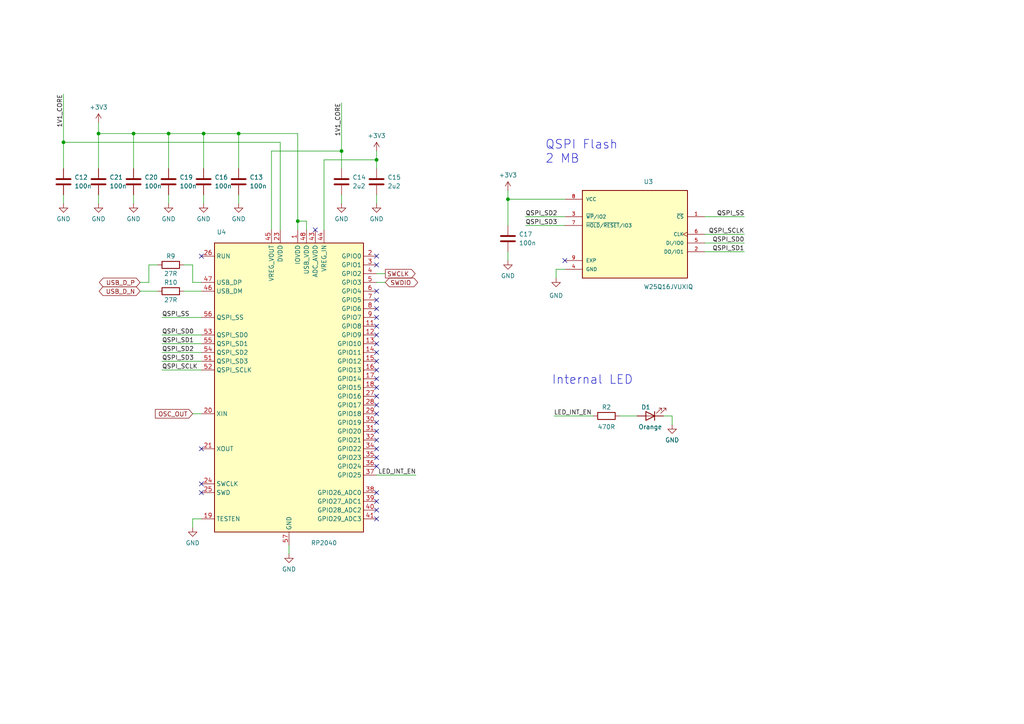
<source format=kicad_sch>
(kicad_sch (version 20230121) (generator eeschema)
  (paper "A4")
  (title_block (title "Debug Probe Section") (date "2024-04-01") (company "Florian Beck"))
  (lib_symbols
    (symbol "Device:C" (pin_numbers hide) (pin_names (offset 0.254))
      (property "Reference" "C" (at 0.635 2.54 0))
      (property "Value" "C" (at 0.635 -2.54 0))
      (symbol "C_0_1"
        (polyline (pts (xy -2.032 -0.762) (xy 2.032 -0.762)) (stroke (width 0.508)))
        (polyline (pts (xy -2.032 0.762) (xy 2.032 0.762)) (stroke (width 0.508)))
      )
      (symbol "C_1_1"
        (pin passive line (at 0 3.81 270) (length 2.794) (name "~") (number "1"))
        (pin passive line (at 0 -3.81 90) (length 2.794) (name "~") (number "2"))
      )
    )
    (symbol "Device:LED" (pin_numbers hide) (pin_names (offset 1.016) hide)
      (property "Reference" "D" (at 0 2.54 0))
      (property "Value" "LED" (at 0 -2.54 0))
      (symbol "LED_0_1"
        (polyline (pts (xy -1.27 -1.27) (xy -1.27 1.27)) (stroke (width 0.254)))
        (polyline (pts (xy -1.27 0) (xy 1.27 0)))
        (polyline (pts (xy 1.27 -1.27) (xy 1.27 1.27) (xy -1.27 0) (xy 1.27 -1.27)) (stroke (width 0.254)))
        (polyline (pts (xy -3.048 -0.762) (xy -4.572 -2.286) (xy -3.81 -2.286) (xy -4.572 -2.286) (xy -4.572 -1.524)))
        (polyline (pts (xy -1.778 -0.762) (xy -3.302 -2.286) (xy -2.54 -2.286) (xy -3.302 -2.286) (xy -3.302 -1.524)))
      )
      (symbol "LED_1_1"
        (pin passive line (at -3.81 0 0) (length 2.54) (name "K") (number "1"))
        (pin passive line (at 3.81 0 180) (length 2.54) (name "A") (number "2"))
      )
    )
    (symbol "Device:R" (pin_numbers hide) (pin_names (offset 0))
      (property "Reference" "R" (at 2.032 0 90))
      (property "Value" "R" (at 0 0 90))
      (symbol "R_0_1"
        (rectangle (start -1.016 -2.54) (end 1.016 2.54) (stroke (width 0.254)))
      )
      (symbol "R_1_1"
        (pin passive line (at 0 3.81 270) (length 1.27) (name "~") (number "1"))
        (pin passive line (at 0 -3.81 90) (length 1.27) (name "~") (number "2"))
      )
    )
    (symbol "MCU_RaspberryPi:RP2040"
      (property "Reference" "U" (at 17.78 45.72 0))
      (property "Value" "RP2040" (at 17.78 43.18 0))
      (symbol "RP2040_0_1"
        (rectangle (start -21.59 41.91) (end 21.59 -41.91) (stroke (width 0.254)) (fill (type background)))
      )
      (symbol "RP2040_1_1"
        (pin power_in line (at 2.54 45.72 270) (length 3.81) (name "IOVDD") (number "1"))
        (pin passive line (at 2.54 45.72 270) (length 3.81) hide (name "IOVDD") (number "10"))
        (pin bidirectional line (at 25.4 17.78 180) (length 3.81) (name "GPIO8") (number "11"))
        (pin bidirectional line (at 25.4 15.24 180) (length 3.81) (name "GPIO9") (number "12"))
        (pin bidirectional line (at 25.4 12.7 180) (length 3.81) (name "GPIO10") (number "13"))
        (pin bidirectional line (at 25.4 10.16 180) (length 3.81) (name "GPIO11") (number "14"))
        (pin bidirectional line (at 25.4 7.62 180) (length 3.81) (name "GPIO12") (number "15"))
        (pin bidirectional line (at 25.4 5.08 180) (length 3.81) (name "GPIO13") (number "16"))
        (pin bidirectional line (at 25.4 2.54 180) (length 3.81) (name "GPIO14") (number "17"))
        (pin bidirectional line (at 25.4 0 180) (length 3.81) (name "GPIO15") (number "18"))
        (pin input line (at -25.4 -38.1 0) (length 3.81) (name "TESTEN") (number "19"))
        (pin bidirectional line (at 25.4 38.1 180) (length 3.81) (name "GPIO0") (number "2"))
        (pin input line (at -25.4 -7.62 0) (length 3.81) (name "XIN") (number "20"))
        (pin passive line (at -25.4 -17.78 0) (length 3.81) (name "XOUT") (number "21"))
        (pin passive line (at 2.54 45.72 270) (length 3.81) hide (name "IOVDD") (number "22"))
        (pin power_in line (at -2.54 45.72 270) (length 3.81) (name "DVDD") (number "23"))
        (pin input line (at -25.4 -27.94 0) (length 3.81) (name "SWCLK") (number "24"))
        (pin bidirectional line (at -25.4 -30.48 0) (length 3.81) (name "SWD") (number "25"))
        (pin input line (at -25.4 38.1 0) (length 3.81) (name "RUN") (number "26"))
        (pin bidirectional line (at 25.4 -2.54 180) (length 3.81) (name "GPIO16") (number "27"))
        (pin bidirectional line (at 25.4 -5.08 180) (length 3.81) (name "GPIO17") (number "28"))
        (pin bidirectional line (at 25.4 -7.62 180) (length 3.81) (name "GPIO18") (number "29"))
        (pin bidirectional line (at 25.4 35.56 180) (length 3.81) (name "GPIO1") (number "3"))
        (pin bidirectional line (at 25.4 -10.16 180) (length 3.81) (name "GPIO19") (number "30"))
        (pin bidirectional line (at 25.4 -12.7 180) (length 3.81) (name "GPIO20") (number "31"))
        (pin bidirectional line (at 25.4 -15.24 180) (length 3.81) (name "GPIO21") (number "32"))
        (pin passive line (at 2.54 45.72 270) (length 3.81) hide (name "IOVDD") (number "33"))
        (pin bidirectional line (at 25.4 -17.78 180) (length 3.81) (name "GPIO22") (number "34"))
        (pin bidirectional line (at 25.4 -20.32 180) (length 3.81) (name "GPIO23") (number "35"))
        (pin bidirectional line (at 25.4 -22.86 180) (length 3.81) (name "GPIO24") (number "36"))
        (pin bidirectional line (at 25.4 -25.4 180) (length 3.81) (name "GPIO25") (number "37"))
        (pin bidirectional line (at 25.4 -30.48 180) (length 3.81) (name "GPIO26_ADC0") (number "38"))
        (pin bidirectional line (at 25.4 -33.02 180) (length 3.81) (name "GPIO27_ADC1") (number "39"))
        (pin bidirectional line (at 25.4 33.02 180) (length 3.81) (name "GPIO2") (number "4"))
        (pin bidirectional line (at 25.4 -35.56 180) (length 3.81) (name "GPIO28_ADC2") (number "40"))
        (pin bidirectional line (at 25.4 -38.1 180) (length 3.81) (name "GPIO29_ADC3") (number "41"))
        (pin passive line (at 2.54 45.72 270) (length 3.81) hide (name "IOVDD") (number "42"))
        (pin power_in line (at 7.62 45.72 270) (length 3.81) (name "ADC_AVDD") (number "43"))
        (pin power_in line (at 10.16 45.72 270) (length 3.81) (name "VREG_IN") (number "44"))
        (pin power_out line (at -5.08 45.72 270) (length 3.81) (name "VREG_VOUT") (number "45"))
        (pin bidirectional line (at -25.4 27.94 0) (length 3.81) (name "USB_DM") (number "46"))
        (pin bidirectional line (at -25.4 30.48 0) (length 3.81) (name "USB_DP") (number "47"))
        (pin power_in line (at 5.08 45.72 270) (length 3.81) (name "USB_VDD") (number "48"))
        (pin passive line (at 2.54 45.72 270) (length 3.81) hide (name "IOVDD") (number "49"))
        (pin bidirectional line (at 25.4 30.48 180) (length 3.81) (name "GPIO3") (number "5"))
        (pin passive line (at -2.54 45.72 270) (length 3.81) hide (name "DVDD") (number "50"))
        (pin bidirectional line (at -25.4 7.62 0) (length 3.81) (name "QSPI_SD3") (number "51"))
        (pin output line (at -25.4 5.08 0) (length 3.81) (name "QSPI_SCLK") (number "52"))
        (pin bidirectional line (at -25.4 15.24 0) (length 3.81) (name "QSPI_SD0") (number "53"))
        (pin bidirectional line (at -25.4 10.16 0) (length 3.81) (name "QSPI_SD2") (number "54"))
        (pin bidirectional line (at -25.4 12.7 0) (length 3.81) (name "QSPI_SD1") (number "55"))
        (pin bidirectional line (at -25.4 20.32 0) (length 3.81) (name "QSPI_SS") (number "56"))
        (pin power_in line (at 0 -45.72 90) (length 3.81) (name "GND") (number "57"))
        (pin bidirectional line (at 25.4 27.94 180) (length 3.81) (name "GPIO4") (number "6"))
        (pin bidirectional line (at 25.4 25.4 180) (length 3.81) (name "GPIO5") (number "7"))
        (pin bidirectional line (at 25.4 22.86 180) (length 3.81) (name "GPIO6") (number "8"))
        (pin bidirectional line (at 25.4 20.32 180) (length 3.81) (name "GPIO7") (number "9"))
      )
    )
    (symbol "SnapEDA:W25Q16JVUXIQ_TR" (pin_names (offset 1.016))
      (property "Reference" "U" (at -15.24 15.24 0))
      (property "Value" "W25Q16JVUXIQ_TR" (at -15.24 -15.24 0))
      (symbol "W25Q16JVUXIQ_TR_0_0"
        (rectangle (start -15.24 -12.7) (end 15.24 12.7) (stroke (width 0.254)) (fill (type background)))
        (pin input line (at -20.32 5.08 0) (length 5.08) (name "~{CS}") (number "1"))
        (pin bidirectional line (at -20.32 -5.08 0) (length 5.08) (name "DO/IO1") (number "2"))
        (pin bidirectional line (at 20.32 5.08 180) (length 5.08) (name "~{WP}/IO2") (number "3"))
        (pin power_in line (at 20.32 -10.16 180) (length 5.08) (name "GND") (number "4"))
        (pin bidirectional line (at -20.32 -2.54 0) (length 5.08) (name "DI/IO0") (number "5"))
        (pin input clock (at -20.32 0 0) (length 5.08) (name "CLK") (number "6"))
        (pin bidirectional line (at 20.32 2.54 180) (length 5.08) (name "~{HOLD}/~{RESET}/IO3") (number "7"))
        (pin power_in line (at 20.32 10.16 180) (length 5.08) (name "VCC") (number "8"))
        (pin passive line (at 20.32 -7.62 180) (length 5.08) (name "EXP") (number "9"))
      )
    )
    (symbol "power:+3V3" (power) (pin_names (offset 0))
      (property "Value" "+3V3" (at 0 3.556 0))
      (symbol "+3V3_0_1"
        (polyline (pts (xy -0.762 1.27) (xy 0 2.54)))
        (polyline (pts (xy 0 0) (xy 0 2.54)))
        (polyline (pts (xy 0 2.54) (xy 0.762 1.27)))
      )
      (symbol "+3V3_1_1"
        (pin power_in line (at 0 0 90) (length 0) hide (name "+3V3") (number "1"))
      )
    )
    (symbol "power:GND" (power) (pin_names (offset 0))
      (property "Value" "GND" (at 0 -3.81 0))
      (symbol "GND_0_1"
        (polyline (pts (xy 0 0) (xy 0 -1.27) (xy 1.27 -1.27) (xy 0 -2.54) (xy -1.27 -1.27) (xy 0 -1.27)))
      )
      (symbol "GND_1_1"
        (pin power_in line (at 0 0 270) (length 0) hide (name "GND") (number "1"))
      )
    )
  )
  (junction (at 86.36 64.135))
  (junction (at 99.06 43.815))
  (junction (at 59.055 38.735))
  (junction (at 48.895 38.735))
  (junction (at 18.415 41.275))
  (junction (at 69.215 38.735))
  (junction (at 28.575 38.735))
  (junction (at 38.735 38.735))
  (junction (at 147.32 57.785))
  (junction (at 109.22 46.355))
  (no_connect (at 109.22 92.075))
  (no_connect (at 109.22 127.635))
  (no_connect (at 109.22 125.095))
  (no_connect (at 109.22 84.455))
  (no_connect (at 109.22 145.415))
  (no_connect (at 91.44 66.675))
  (no_connect (at 109.22 132.715))
  (no_connect (at 58.42 140.335))
  (no_connect (at 109.22 74.295))
  (no_connect (at 109.22 102.235))
  (no_connect (at 109.22 122.555))
  (no_connect (at 109.22 112.395))
  (no_connect (at 109.22 89.535))
  (no_connect (at 109.22 107.315))
  (no_connect (at 58.42 130.175))
  (no_connect (at 109.22 109.855))
  (no_connect (at 109.22 99.695))
  (no_connect (at 109.22 114.935))
  (no_connect (at 109.22 86.995))
  (no_connect (at 163.83 75.565))
  (no_connect (at 109.22 76.835))
  (no_connect (at 109.22 117.475))
  (no_connect (at 109.22 97.155))
  (no_connect (at 58.42 74.295))
  (no_connect (at 109.22 142.875))
  (no_connect (at 109.22 135.255))
  (no_connect (at 58.42 142.875))
  (no_connect (at 109.22 130.175))
  (no_connect (at 109.22 120.015))
  (no_connect (at 109.22 94.615))
  (no_connect (at 109.22 150.495))
  (no_connect (at 109.22 147.955))
  (no_connect (at 109.22 104.775))
  (wire (pts (xy 58.42 102.235) (xy 46.99 102.235)))
  (wire (pts (xy 55.88 150.495) (xy 58.42 150.495)))
  (wire (pts (xy 55.88 81.915) (xy 58.42 81.915)))
  (wire (pts (xy 163.83 65.405) (xy 152.4 65.405)))
  (wire (pts (xy 18.415 59.055) (xy 18.415 56.515)))
  (wire (pts (xy 58.42 92.075) (xy 46.99 92.075)))
  (wire (pts (xy 38.735 38.735) (xy 38.735 48.895)))
  (wire (pts (xy 28.575 59.055) (xy 28.575 56.515)))
  (wire (pts (xy 78.74 43.815) (xy 99.06 43.815)))
  (wire (pts (xy 99.06 29.845) (xy 99.06 43.815)))
  (wire (pts (xy 28.575 38.735) (xy 38.735 38.735)))
  (wire (pts (xy 53.34 76.835) (xy 55.88 76.835)))
  (wire (pts (xy 58.42 99.695) (xy 46.99 99.695)))
  (wire (pts (xy 147.32 55.245) (xy 147.32 57.785)))
  (wire (pts (xy 55.88 76.835) (xy 55.88 81.915)))
  (wire (pts (xy 69.215 38.735) (xy 69.215 48.895)))
  (wire (pts (xy 28.575 35.56) (xy 28.575 38.735)))
  (wire (pts (xy 48.895 59.055) (xy 48.895 56.515)))
  (wire (pts (xy 147.32 57.785) (xy 163.83 57.785)))
  (wire (pts (xy 99.06 59.055) (xy 99.06 56.515)))
  (wire (pts (xy 194.945 123.19) (xy 194.945 120.65)))
  (wire (pts (xy 93.98 46.355) (xy 93.98 66.675)))
  (wire (pts (xy 83.82 158.115) (xy 83.82 160.655)))
  (wire (pts (xy 48.895 38.735) (xy 59.055 38.735)))
  (wire (pts (xy 109.22 81.915) (xy 111.76 81.915)))
  (wire (pts (xy 204.47 73.025) (xy 215.9 73.025)))
  (wire (pts (xy 58.42 107.315) (xy 46.99 107.315)))
  (wire (pts (xy 161.29 78.105) (xy 161.29 80.645)))
  (wire (pts (xy 86.36 64.135) (xy 86.36 66.675)))
  (wire (pts (xy 86.36 38.735) (xy 69.215 38.735)))
  (wire (pts (xy 81.28 66.675) (xy 81.28 41.275)))
  (wire (pts (xy 109.22 46.355) (xy 109.22 48.895)))
  (wire (pts (xy 48.895 38.735) (xy 48.895 48.895)))
  (wire (pts (xy 109.22 137.795) (xy 120.65 137.795)))
  (wire (pts (xy 86.36 38.735) (xy 86.36 64.135)))
  (wire (pts (xy 18.415 41.275) (xy 81.28 41.275)))
  (wire (pts (xy 99.06 43.815) (xy 99.06 48.895)))
  (wire (pts (xy 55.88 153.035) (xy 55.88 150.495)))
  (wire (pts (xy 88.9 64.135) (xy 86.36 64.135)))
  (wire (pts (xy 109.22 43.815) (xy 109.22 46.355)))
  (wire (pts (xy 172.085 120.65) (xy 160.655 120.65)))
  (wire (pts (xy 43.18 76.835) (xy 45.72 76.835)))
  (wire (pts (xy 147.32 57.785) (xy 147.32 65.405)))
  (wire (pts (xy 58.42 97.155) (xy 46.99 97.155)))
  (wire (pts (xy 55.88 120.015) (xy 58.42 120.015)))
  (wire (pts (xy 204.47 62.865) (xy 215.9 62.865)))
  (wire (pts (xy 58.42 104.775) (xy 46.99 104.775)))
  (wire (pts (xy 163.83 62.865) (xy 152.4 62.865)))
  (wire (pts (xy 204.47 67.945) (xy 215.9 67.945)))
  (wire (pts (xy 179.705 120.65) (xy 184.785 120.65)))
  (wire (pts (xy 78.74 43.815) (xy 78.74 66.675)))
  (wire (pts (xy 28.575 38.735) (xy 28.575 48.895)))
  (wire (pts (xy 59.055 59.055) (xy 59.055 56.515)))
  (wire (pts (xy 45.72 84.455) (xy 40.64 84.455)))
  (wire (pts (xy 18.415 27.305) (xy 18.415 41.275)))
  (wire (pts (xy 38.735 59.055) (xy 38.735 56.515)))
  (wire (pts (xy 38.735 38.735) (xy 48.895 38.735)))
  (wire (pts (xy 59.055 38.735) (xy 69.215 38.735)))
  (wire (pts (xy 109.22 59.055) (xy 109.22 56.515)))
  (wire (pts (xy 43.18 81.915) (xy 43.18 76.835)))
  (wire (pts (xy 109.22 79.375) (xy 111.76 79.375)))
  (wire (pts (xy 69.215 59.055) (xy 69.215 56.515)))
  (wire (pts (xy 59.055 38.735) (xy 59.055 48.895)))
  (wire (pts (xy 18.415 41.275) (xy 18.415 48.895)))
  (wire (pts (xy 161.29 78.105) (xy 163.83 78.105)))
  (wire (pts (xy 43.18 81.915) (xy 40.64 81.915)))
  (wire (pts (xy 194.945 120.65) (xy 192.405 120.65)))
  (wire (pts (xy 88.9 66.675) (xy 88.9 64.135)))
  (wire (pts (xy 204.47 70.485) (xy 215.9 70.485)))
  (wire (pts (xy 53.34 84.455) (xy 58.42 84.455)))
  (wire (pts (xy 147.32 75.565) (xy 147.32 73.025)))
  (wire (pts (xy 93.98 46.355) (xy 109.22 46.355)))
  (text "Internal LED" (at 160.02 111.76 0) (effects (font (size 2.54 2.54)) (justify left bottom)))
  (text "QSPI Flash\n2 MB" (at 158.115 47.625 0) (effects (font (size 2.54 2.54)) (justify left bottom)))
  (label "LED_INT_EN" (at 160.655 120.65 0))
  (label "QSPI_SD3" (at 152.4 65.405 0))
  (label "QSPI_SCLK" (at 215.9 67.945 180))
  (label "QSPI_SS" (at 215.9 62.865 180))
  (label "1V1_CORE" (at 99.06 29.845 270))
  (label "LED_INT_EN" (at 120.65 137.795 180))
  (label "QSPI_SS" (at 46.99 92.075 0))
  (label "QSPI_SD0" (at 46.99 97.155 0))
  (label "QSPI_SD1" (at 46.99 99.695 0))
  (label "QSPI_SD2" (at 46.99 102.235 0))
  (label "QSPI_SD2" (at 152.4 62.865 0))
  (label "QSPI_SD1" (at 215.9 73.025 180))
  (label "QSPI_SD3" (at 46.99 104.775 0))
  (label "1V1_CORE" (at 18.415 27.305 270))
  (label "QSPI_SD0" (at 215.9 70.485 180))
  (label "QSPI_SCLK" (at 46.99 107.315 0))
  (global_label "SWCLK" (shape output) (at 111.76 79.375 0) (property "Intersheetrefs" "${INTERSHEET_REFS}" (effects hide)))
  (global_label "OSC_OUT" (shape input) (at 55.88 120.015 180) (property "Intersheetrefs" "${INTERSHEET_REFS}" (effects hide)))
  (global_label "SWDIO" (shape bidirectional) (at 111.76 81.915 0) (property "Intersheetrefs" "${INTERSHEET_REFS}" (effects hide)))
  (global_label "USB_D_P" (shape bidirectional) (at 40.64 81.915 180) (property "Intersheetrefs" "${INTERSHEET_REFS}" (effects hide)))
  (global_label "USB_D_N" (shape bidirectional) (at 40.64 84.455 180) (property "Intersheetrefs" "${INTERSHEET_REFS}" (effects hide)))
  (symbol (lib_id "power:GND") (at 147.32 75.565 0) (mirror y) (unit 1)
    (property "Reference" "#PWR044" (effects hide))
    (property "Value" "GND" (at 147.32 80.01 0))
    (instances (project "Expansion_Card_Retrofit" (path "" (reference "#PWR044") (unit 1)) (path "" (reference "#PWR042") (unit 1))))
  )
  (symbol (lib_id "power:GND") (at 38.735 59.055 0) (mirror y) (unit 1)
    (property "Reference" "#PWR052" (effects hide))
    (property "Value" "GND" (at 38.735 63.5 0))
    (instances (project "Expansion_Card_Retrofit" (path "" (reference "#PWR052") (unit 1)) (path "" (reference "#PWR015") (unit 1))))
  )
  (symbol (lib_id "Device:R") (at 175.895 120.65 90) (unit 1)
    (property "Reference" "R2" (at 175.895 118.11 90))
    (property "Value" "470R" (at 175.895 123.825 90))
    (property "Footprint" "Resistor_SMD:R_0402_1005Metric" (effects hide))
    (instances (project "Expansion_Card_Retrofit" (path "" (reference "R2") (unit 1)) (path "" (reference "R17") (unit 1))))
  )
  (symbol (lib_id "Device:LED") (at 188.595 120.65 180) (unit 1)
    (property "Reference" "D1" (at 187.325 118.11 0))
    (property "Value" "Orange" (at 188.595 123.825 0))
    (property "Footprint" "LED_SMD:LED_0402_1005Metric" (effects hide))
    (instances (project "Expansion_Card_Retrofit" (path "" (reference "D1") (unit 1)) (path "" (reference "D2") (unit 1))))
  )
  (symbol (lib_id "power:+3V3") (at 109.22 43.815 0) (unit 1)
    (property "Reference" "#PWR035" (effects hide))
    (property "Value" "+3V3" (at 109.22 39.37 0))
    (instances (project "Expansion_Card_Retrofit" (path "" (reference "#PWR035") (unit 1)) (path "" (reference "#PWR019") (unit 1))))
  )
  (symbol (lib_id "power:GND") (at 28.575 59.055 0) (mirror y) (unit 1)
    (property "Reference" "#PWR053" (effects hide))
    (property "Value" "GND" (at 28.575 63.5 0))
    (instances (project "Expansion_Card_Retrofit" (path "" (reference "#PWR053") (unit 1)) (path "" (reference "#PWR015") (unit 1))))
  )
  (symbol (lib_id "Device:C") (at 38.735 52.705 0) (unit 1)
    (property "Reference" "C20" (at 41.91 51.435 0) (effects (justify left)))
    (property "Value" "100n" (at 41.91 53.975 0) (effects (justify left)))
    (property "Footprint" "Capacitor_SMD:C_0402_1005Metric" (effects hide))
    (instances (project "Expansion_Card_Retrofit" (path "" (reference "C20") (unit 1)) (path "" (reference "C6") (unit 1))))
  )
  (symbol (lib_id "power:GND") (at 55.88 153.035 0) (unit 1)
    (property "Reference" "#PWR027" (effects hide))
    (property "Value" "GND" (at 55.88 157.48 0))
    (instances (project "Expansion_Card_Retrofit" (path "" (reference "#PWR027") (unit 1)) (path "" (reference "#PWR011") (unit 1))))
  )
  (symbol (lib_id "Device:C") (at 28.575 52.705 0) (unit 1)
    (property "Reference" "C21" (at 31.75 51.435 0) (effects (justify left)))
    (property "Value" "100n" (at 31.75 53.975 0) (effects (justify left)))
    (property "Footprint" "Capacitor_SMD:C_0402_1005Metric" (effects hide))
    (instances (project "Expansion_Card_Retrofit" (path "" (reference "C21") (unit 1)) (path "" (reference "C6") (unit 1))))
  )
  (symbol (lib_id "Device:C") (at 147.32 69.215 0) (unit 1)
    (property "Reference" "C17" (at 150.495 67.945 0) (effects (justify left)))
    (property "Value" "100n" (at 150.495 70.485 0) (effects (justify left)))
    (property "Footprint" "Capacitor_SMD:C_0402_1005Metric" (effects hide))
    (instances (project "Expansion_Card_Retrofit" (path "" (reference "C17") (unit 1)) (path "" (reference "C15") (unit 1))))
  )
  (symbol (lib_id "power:GND") (at 99.06 59.055 0) (unit 1)
    (property "Reference" "#PWR034" (effects hide))
    (property "Value" "GND" (at 99.06 63.5 0))
    (instances (project "Expansion_Card_Retrofit" (path "" (reference "#PWR034") (unit 1)) (path "" (reference "#PWR018") (unit 1))))
  )
  (symbol (lib_id "Device:R") (at 49.53 76.835 90) (unit 1)
    (property "Reference" "R9" (at 49.53 74.295 90))
    (property "Value" "27R" (at 49.53 79.375 90))
    (property "Footprint" "Resistor_SMD:R_0402_1005Metric" (effects hide))
    (instances (project "Expansion_Card_Retrofit" (path "" (reference "R9") (unit 1)) (path "" (reference "R5") (unit 1))))
  )
  (symbol (lib_id "Device:C") (at 18.415 52.705 0) (unit 1)
    (property "Reference" "C12" (at 21.59 51.435 0) (effects (justify left)))
    (property "Value" "100n" (at 21.59 53.975 0) (effects (justify left)))
    (property "Footprint" "Capacitor_SMD:C_0402_1005Metric" (effects hide))
    (instances (project "Expansion_Card_Retrofit" (path "" (reference "C12") (unit 1)) (path "" (reference "C5") (unit 1))))
  )
  (symbol (lib_id "power:GND") (at 18.415 59.055 0) (mirror y) (unit 1)
    (property "Reference" "#PWR029" (effects hide))
    (property "Value" "GND" (at 18.415 63.5 0))
    (instances (project "Expansion_Card_Retrofit" (path "" (reference "#PWR029") (unit 1)) (path "" (reference "#PWR013") (unit 1))))
  )
  (symbol (lib_id "Device:C") (at 59.055 52.705 0) (unit 1)
    (property "Reference" "C16" (at 62.23 51.435 0) (effects (justify left)))
    (property "Value" "100n" (at 62.23 53.975 0) (effects (justify left)))
    (property "Footprint" "Capacitor_SMD:C_0402_1005Metric" (effects hide))
    (instances (project "Expansion_Card_Retrofit" (path "" (reference "C16") (unit 1)) (path "" (reference "C6") (unit 1))))
  )
  (symbol (lib_id "power:GND") (at 83.82 160.655 0) (unit 1)
    (property "Reference" "#PWR032" (effects hide))
    (property "Value" "GND" (at 83.82 165.1 0))
    (instances (project "Expansion_Card_Retrofit" (path "" (reference "#PWR032") (unit 1)) (path "" (reference "#PWR016") (unit 1))))
  )
  (symbol (lib_id "Device:C") (at 109.22 52.705 0) (unit 1)
    (property "Reference" "C15" (at 112.395 51.435 0) (effects (justify left)))
    (property "Value" "2u2" (at 112.395 53.975 0) (effects (justify left)))
    (property "Footprint" "Capacitor_SMD:C_0402_1005Metric" (effects hide))
    (instances (project "Expansion_Card_Retrofit" (path "" (reference "C15") (unit 1)) (path "" (reference "C8") (unit 1))))
  )
  (symbol (lib_id "power:GND") (at 48.895 59.055 0) (mirror y) (unit 1)
    (property "Reference" "#PWR048" (effects hide))
    (property "Value" "GND" (at 48.895 63.5 0))
    (instances (project "Expansion_Card_Retrofit" (path "" (reference "#PWR048") (unit 1)) (path "" (reference "#PWR015") (unit 1))))
  )
  (symbol (lib_id "Device:C") (at 48.895 52.705 0) (unit 1)
    (property "Reference" "C19" (at 52.07 51.435 0) (effects (justify left)))
    (property "Value" "100n" (at 52.07 53.975 0) (effects (justify left)))
    (property "Footprint" "Capacitor_SMD:C_0402_1005Metric" (effects hide))
    (instances (project "Expansion_Card_Retrofit" (path "" (reference "C19") (unit 1)) (path "" (reference "C6") (unit 1))))
  )
  (symbol (lib_id "Device:C") (at 99.06 52.705 0) (unit 1)
    (property "Reference" "C14" (at 102.235 51.435 0) (effects (justify left)))
    (property "Value" "2u2" (at 102.235 53.975 0) (effects (justify left)))
    (property "Footprint" "Capacitor_SMD:C_0402_1005Metric" (effects hide))
    (instances (project "Expansion_Card_Retrofit" (path "" (reference "C14") (unit 1)) (path "" (reference "C7") (unit 1))))
  )
  (symbol (lib_id "power:GND") (at 194.945 123.19 0) (unit 1)
    (property "Reference" "#PWR07" (effects hide))
    (property "Value" "GND" (at 194.945 127.635 0))
    (instances (project "Expansion_Card_Retrofit" (path "" (reference "#PWR07") (unit 1)) (path "" (reference "#PWR039") (unit 1))))
  )
  (symbol (lib_id "power:GND") (at 161.29 80.645 0) (unit 1)
    (property "Reference" "#PWR037" (effects hide))
    (property "Value" "GND" (at 161.29 85.725 0))
    (instances (project "Expansion_Card_Retrofit" (path "" (reference "#PWR037") (unit 1)) (path "" (reference "#PWR045") (unit 1))))
  )
  (symbol (lib_id "power:GND") (at 69.215 59.055 0) (mirror y) (unit 1)
    (property "Reference" "#PWR031" (effects hide))
    (property "Value" "GND" (at 69.215 63.5 0))
    (instances (project "Expansion_Card_Retrofit" (path "" (reference "#PWR031") (unit 1)) (path "" (reference "#PWR015") (unit 1))))
  )
  (symbol (lib_id "power:GND") (at 59.055 59.055 0) (mirror y) (unit 1)
    (property "Reference" "#PWR043" (effects hide))
    (property "Value" "GND" (at 59.055 63.5 0))
    (instances (project "Expansion_Card_Retrofit" (path "" (reference "#PWR043") (unit 1)) (path "" (reference "#PWR015") (unit 1))))
  )
  (symbol (lib_id "power:GND") (at 109.22 59.055 0) (unit 1)
    (property "Reference" "#PWR036" (effects hide))
    (property "Value" "GND" (at 109.22 63.5 0))
    (instances (project "Expansion_Card_Retrofit" (path "" (reference "#PWR036") (unit 1)) (path "" (reference "#PWR020") (unit 1))))
  )
  (symbol (lib_id "Device:R") (at 49.53 84.455 90) (unit 1)
    (property "Reference" "R10" (at 49.53 81.915 90))
    (property "Value" "27R" (at 49.53 86.995 90))
    (property "Footprint" "Resistor_SMD:R_0402_1005Metric" (effects hide))
    (instances (project "Expansion_Card_Retrofit" (path "" (reference "R10") (unit 1)) (path "" (reference "R6") (unit 1))))
  )
  (symbol (lib_id "power:+3V3") (at 28.575 35.56 0) (unit 1)
    (property "Reference" "#PWR030" (effects hide))
    (property "Value" "+3V3" (at 28.575 31.115 0))
    (instances (project "Expansion_Card_Retrofit" (path "" (reference "#PWR030") (unit 1)) (path "" (reference "#PWR014") (unit 1))))
  )
  (symbol (lib_id "Device:C") (at 69.215 52.705 0) (unit 1)
    (property "Reference" "C13" (at 72.39 51.435 0) (effects (justify left)))
    (property "Value" "100n" (at 72.39 53.975 0) (effects (justify left)))
    (property "Footprint" "Capacitor_SMD:C_0402_1005Metric" (effects hide))
    (instances (project "Expansion_Card_Retrofit" (path "" (reference "C13") (unit 1)) (path "" (reference "C6") (unit 1))))
  )
  (symbol (lib_id "SnapEDA:W25Q16JVUXIQ_TR") (at 184.15 67.945 0) (mirror y) (unit 1)
    (property "Reference" "U3" (at 186.69 52.705 0) (effects (justify right)))
    (property "Value" "W25Q16JVUXIQ" (at 186.69 83.185 0) (effects (justify right)))
    (property "Footprint" "SnapEDA:IC_W25Q16JVUXIQ_TR" (effects hide))
    (property "Datasheet" "http://www.winbond.com/resource-files/w25q32jv%20revg%2003272018%20plus.pdf" (effects hide))
    (property "MF" "Winbond" (effects hide))
    (property "MAXIMUM_PACKAGE_HEIGHT" "0.60mm" (effects hide))
    (property "Package" "UFDFN-8 Winbond" (effects hide))
    (property "Price" "None" (effects hide))
    (property "Check_prices" "https://www.snapeda.com/parts/W25Q16JVUXIQ%20TR/Winbond/view-part/?ref=eda" (effects hide))
    (property "STANDARD" "Manufacturer Recommendations" (effects hide))
    (property "PARTREV" "H" (effects hide))
    (property "SnapEDA_Link" "https://www.snapeda.com/parts/W25Q16JVUXIQ%20TR/Winbond/view-part/?ref=snap" (effects hide))
    (property "MP" "W25Q16JVUXIQ TR" (effects hide))
    (property "Purchase-URL" "https://www.snapeda.com/api/url_track_click_mouser/?unipart_id=5632332&manufacturer=Winbond&part_name=W25Q16JVUXIQ TR&search_term=w25q16jvuxiq" (effects hide))
    (property "Description" "\nNOR Flash Serial (SPI, Dual SPI, Quad SPI) 3V/3.3V 16M-bit 2M x 8 6ns 8-Pin USON EP T/R\n" (effects hide))
    (property "MANUFACTURER" "Winbond" (effects hide))
    (property "Availability" "In Stock" (effects hide))
    (property "SNAPEDA_PN" "W25Q16JVUXIQ TR" (effects hide))
    (instances (project "Expansion_Card_Retrofit" (path "" (reference "U3") (unit 1)) (path "" (reference "U5") (unit 1))))
  )
  (symbol (lib_id "MCU_RaspberryPi:RP2040") (at 83.82 112.395 0) (unit 1)
    (property "Reference" "U4" (at 62.865 67.31 0) (effects (justify left)))
    (property "Value" "RP2040" (at 90.17 157.48 0) (effects (justify left)))
    (property "Footprint" "Package_DFN_QFN:QFN-56-1EP_7x7mm_P0.4mm_EP3.2x3.2mm" (effects hide))
    (property "Datasheet" "https://datasheets.raspberrypi.com/rp2040/rp2040-datasheet.pdf" (effects hide))
    (instances (project "Expansion_Card_Retrofit" (path "" (reference "U4") (unit 1)) (path "" (reference "U2") (unit 1))))
  )
  (symbol (lib_id "power:+3V3") (at 147.32 55.245 0) (unit 1)
    (property "Reference" "#PWR038" (effects hide))
    (property "Value" "+3V3" (at 147.32 50.8 0))
    (instances (project "Expansion_Card_Retrofit" (path "" (reference "#PWR038") (unit 1)) (path "" (reference "#PWR041") (unit 1))))
  )
)
</source>
